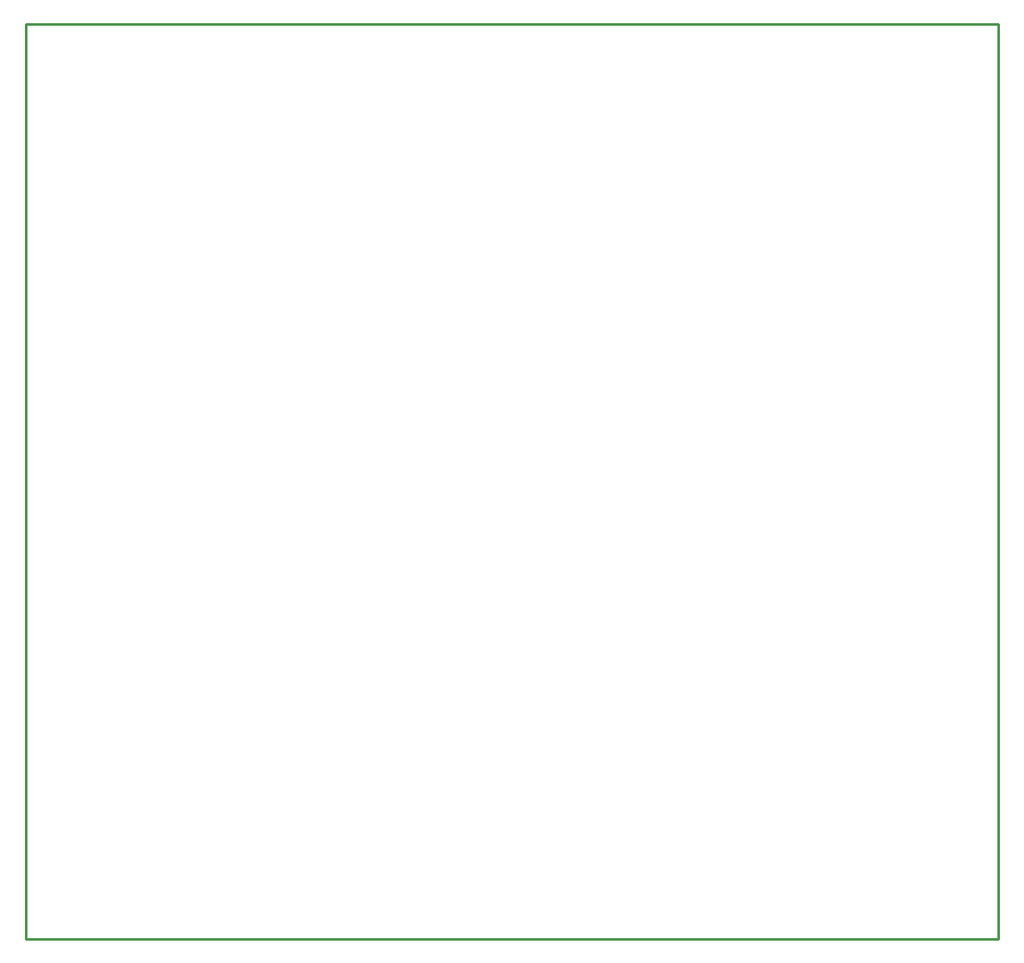
<source format=gbp>
G04*
G04 #@! TF.GenerationSoftware,Altium Limited,Altium Designer,18.1.9 (240)*
G04*
G04 Layer_Color=128*
%FSLAX44Y44*%
%MOMM*%
G71*
G01*
G75*
%ADD14C,0.2540*%
D14*
Y902292D01*
X958596D01*
X958596Y0D01*
X0D02*
X958596D01*
M02*

</source>
